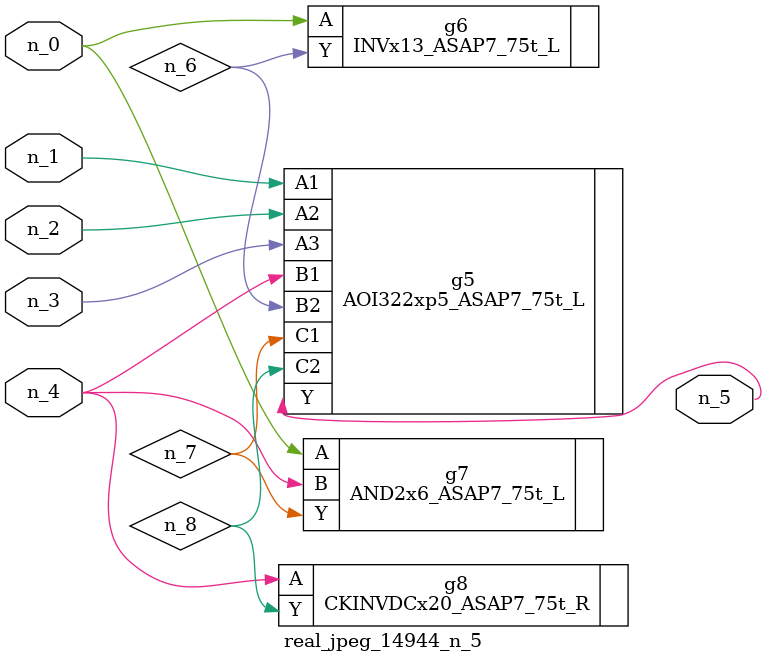
<source format=v>
module real_jpeg_14944_n_5 (n_4, n_0, n_1, n_2, n_3, n_5);

input n_4;
input n_0;
input n_1;
input n_2;
input n_3;

output n_5;

wire n_8;
wire n_6;
wire n_7;

INVx13_ASAP7_75t_L g6 ( 
.A(n_0),
.Y(n_6)
);

AND2x6_ASAP7_75t_L g7 ( 
.A(n_0),
.B(n_4),
.Y(n_7)
);

AOI322xp5_ASAP7_75t_L g5 ( 
.A1(n_1),
.A2(n_2),
.A3(n_3),
.B1(n_4),
.B2(n_6),
.C1(n_7),
.C2(n_8),
.Y(n_5)
);

CKINVDCx20_ASAP7_75t_R g8 ( 
.A(n_4),
.Y(n_8)
);


endmodule
</source>
